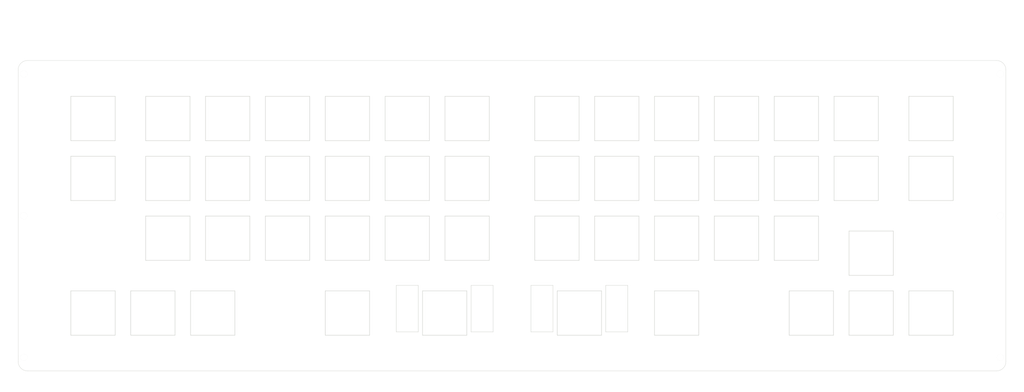
<source format=kicad_pcb>
(kicad_pcb (version 20171130) (host pcbnew "(5.1.10)-1")

  (general
    (thickness 1.6)
    (drawings 50)
    (tracks 0)
    (zones 0)
    (modules 66)
    (nets 1)
  )

  (page A3)
  (layers
    (0 F.Cu signal)
    (31 B.Cu signal)
    (32 B.Adhes user)
    (33 F.Adhes user)
    (34 B.Paste user)
    (35 F.Paste user)
    (36 B.SilkS user)
    (37 F.SilkS user)
    (38 B.Mask user)
    (39 F.Mask user)
    (40 Dwgs.User user)
    (41 Cmts.User user)
    (42 Eco1.User user)
    (43 Eco2.User user)
    (44 Edge.Cuts user)
    (45 Margin user)
    (46 B.CrtYd user)
    (47 F.CrtYd user)
    (48 B.Fab user)
    (49 F.Fab user)
  )

  (setup
    (last_trace_width 0.25)
    (user_trace_width 0.5)
    (user_trace_width 0.5)
    (trace_clearance 0.2)
    (zone_clearance 0.508)
    (zone_45_only no)
    (trace_min 0.2)
    (via_size 0.8)
    (via_drill 0.4)
    (via_min_size 0.4)
    (via_min_drill 0.3)
    (uvia_size 0.3)
    (uvia_drill 0.1)
    (uvias_allowed no)
    (uvia_min_size 0.2)
    (uvia_min_drill 0.1)
    (edge_width 0.1)
    (segment_width 0.2)
    (pcb_text_width 0.3)
    (pcb_text_size 1.5 1.5)
    (mod_edge_width 0.15)
    (mod_text_size 1 1)
    (mod_text_width 0.15)
    (pad_size 2.2 2.2)
    (pad_drill 2.2)
    (pad_to_mask_clearance 0)
    (aux_axis_origin 0 0)
    (visible_elements 7FFFFFFF)
    (pcbplotparams
      (layerselection 0x01000_7ffffffe)
      (usegerberextensions true)
      (usegerberattributes false)
      (usegerberadvancedattributes false)
      (creategerberjobfile false)
      (excludeedgelayer true)
      (linewidth 0.100000)
      (plotframeref false)
      (viasonmask false)
      (mode 1)
      (useauxorigin false)
      (hpglpennumber 1)
      (hpglpenspeed 20)
      (hpglpendiameter 15.000000)
      (psnegative false)
      (psa4output false)
      (plotreference true)
      (plotvalue true)
      (plotinvisibletext false)
      (padsonsilk false)
      (subtractmaskfromsilk false)
      (outputformat 4)
      (mirror false)
      (drillshape 0)
      (scaleselection 1)
      (outputdirectory "C:/Users/サリチル酸/Desktop/"))
  )

  (net 0 "")

  (net_class Default "これはデフォルトのネット クラスです。"
    (clearance 0.2)
    (trace_width 0.25)
    (via_dia 0.8)
    (via_drill 0.4)
    (uvia_dia 0.3)
    (uvia_drill 0.1)
  )

  (module kbd_SW_Hole:SW_Hole_2.25u (layer F.Cu) (tedit 60F58B15) (tstamp 60A294DE)
    (at 192.88125 97.63125 180)
    (path /5C3DCEFA)
    (fp_text reference SW32 (at 7 8.1) (layer F.SilkS) hide
      (effects (font (size 1 1) (thickness 0.15)))
    )
    (fp_text value SW_PUSH (at -7.4 -8.1) (layer F.Fab) hide
      (effects (font (size 1 1) (thickness 0.15)))
    )
    (fp_line (start -15.4 -6) (end -8.4 -6) (layer Edge.Cuts) (width 0.12))
    (fp_line (start -15.4 8.8) (end -15.4 -6) (layer Edge.Cuts) (width 0.12))
    (fp_line (start -8.4 8.8) (end -15.4 8.8) (layer Edge.Cuts) (width 0.12))
    (fp_line (start -8.4 -6) (end -8.4 8.8) (layer Edge.Cuts) (width 0.12))
    (fp_line (start 15.4 -6) (end 8.4 -6) (layer Edge.Cuts) (width 0.12))
    (fp_line (start 15.4 8.8) (end 15.4 -6) (layer Edge.Cuts) (width 0.12))
    (fp_line (start 8.4 8.8) (end 15.4 8.8) (layer Edge.Cuts) (width 0.12))
    (fp_line (start 8.4 -6) (end 8.4 8.8) (layer Edge.Cuts) (width 0.12))
    (fp_line (start -7.05 -7.05) (end 7.05 -7.05) (layer Edge.Cuts) (width 0.15))
    (fp_line (start 7.05 -7.05) (end 7.05 7.05) (layer Edge.Cuts) (width 0.15))
    (fp_line (start 7.05 7.05) (end -7.05 7.05) (layer Edge.Cuts) (width 0.15))
    (fp_line (start -7.05 7.05) (end -7.05 -7.05) (layer Edge.Cuts) (width 0.15))
    (fp_line (start 21.43125 -9.525) (end -21.43125 -9.525) (layer F.Fab) (width 0.15))
    (fp_line (start -21.43125 -9.525) (end -21.43125 9.525) (layer F.Fab) (width 0.15))
    (fp_line (start -21.43125 9.525) (end 21.43125 9.525) (layer F.Fab) (width 0.15))
    (fp_line (start 21.43125 9.525) (end 21.43125 -9.525) (layer F.Fab) (width 0.15))
  )

  (module kbd_SW_Hole:SW_Hole_2.25u (layer F.Cu) (tedit 60F58B15) (tstamp 60A2949C)
    (at 150.01875 97.63125 180)
    (path /5C3DCEFA)
    (fp_text reference SW22 (at 7 8.1) (layer F.SilkS) hide
      (effects (font (size 1 1) (thickness 0.15)))
    )
    (fp_text value SW_PUSH (at -7.4 -8.1) (layer F.Fab) hide
      (effects (font (size 1 1) (thickness 0.15)))
    )
    (fp_line (start -15.4 -6) (end -8.4 -6) (layer Edge.Cuts) (width 0.12))
    (fp_line (start -15.4 8.8) (end -15.4 -6) (layer Edge.Cuts) (width 0.12))
    (fp_line (start -8.4 8.8) (end -15.4 8.8) (layer Edge.Cuts) (width 0.12))
    (fp_line (start -8.4 -6) (end -8.4 8.8) (layer Edge.Cuts) (width 0.12))
    (fp_line (start 15.4 -6) (end 8.4 -6) (layer Edge.Cuts) (width 0.12))
    (fp_line (start 15.4 8.8) (end 15.4 -6) (layer Edge.Cuts) (width 0.12))
    (fp_line (start 8.4 8.8) (end 15.4 8.8) (layer Edge.Cuts) (width 0.12))
    (fp_line (start 8.4 -6) (end 8.4 8.8) (layer Edge.Cuts) (width 0.12))
    (fp_line (start -7.05 -7.05) (end 7.05 -7.05) (layer Edge.Cuts) (width 0.15))
    (fp_line (start 7.05 -7.05) (end 7.05 7.05) (layer Edge.Cuts) (width 0.15))
    (fp_line (start 7.05 7.05) (end -7.05 7.05) (layer Edge.Cuts) (width 0.15))
    (fp_line (start -7.05 7.05) (end -7.05 -7.05) (layer Edge.Cuts) (width 0.15))
    (fp_line (start 21.43125 -9.525) (end -21.43125 -9.525) (layer F.Fab) (width 0.15))
    (fp_line (start -21.43125 -9.525) (end -21.43125 9.525) (layer F.Fab) (width 0.15))
    (fp_line (start -21.43125 9.525) (end 21.43125 9.525) (layer F.Fab) (width 0.15))
    (fp_line (start 21.43125 9.525) (end 21.43125 -9.525) (layer F.Fab) (width 0.15))
  )

  (module kbd_SW_Hole:SW_Hole_1u (layer F.Cu) (tedit 60F58A59) (tstamp 60A299BA)
    (at 304.8 97.63125)
    (path /5C6AB630)
    (fp_text reference SW50 (at 7 8.1) (layer F.SilkS) hide
      (effects (font (size 1 1) (thickness 0.15)))
    )
    (fp_text value SW_PUSH (at -7.4 -8.1) (layer F.Fab) hide
      (effects (font (size 1 1) (thickness 0.15)))
    )
    (fp_line (start -7.05 -7.05) (end 7.05 -7.05) (layer Edge.Cuts) (width 0.15))
    (fp_line (start 7.05 -7.05) (end 7.05 7.05) (layer Edge.Cuts) (width 0.15))
    (fp_line (start 7.05 7.05) (end -7.05 7.05) (layer Edge.Cuts) (width 0.15))
    (fp_line (start -7.05 7.05) (end -7.05 -7.05) (layer Edge.Cuts) (width 0.15))
    (fp_line (start 9.525 -9.525) (end -9.525 -9.525) (layer F.Fab) (width 0.15))
    (fp_line (start -9.525 -9.525) (end -9.525 9.525) (layer F.Fab) (width 0.15))
    (fp_line (start -9.525 9.525) (end 9.525 9.525) (layer F.Fab) (width 0.15))
    (fp_line (start 9.525 9.525) (end 9.525 -9.525) (layer F.Fab) (width 0.15))
  )

  (module kbd_SW_Hole:SW_Hole_1u (layer F.Cu) (tedit 60F58A59) (tstamp 60A299A4)
    (at 261.9375 35.71875)
    (path /5C6AB630)
    (fp_text reference SW40 (at 7 8.1) (layer F.SilkS) hide
      (effects (font (size 1 1) (thickness 0.15)))
    )
    (fp_text value SW_PUSH (at -7.4 -8.1) (layer F.Fab) hide
      (effects (font (size 1 1) (thickness 0.15)))
    )
    (fp_line (start -7.05 -7.05) (end 7.05 -7.05) (layer Edge.Cuts) (width 0.15))
    (fp_line (start 7.05 -7.05) (end 7.05 7.05) (layer Edge.Cuts) (width 0.15))
    (fp_line (start 7.05 7.05) (end -7.05 7.05) (layer Edge.Cuts) (width 0.15))
    (fp_line (start -7.05 7.05) (end -7.05 -7.05) (layer Edge.Cuts) (width 0.15))
    (fp_line (start 9.525 -9.525) (end -9.525 -9.525) (layer F.Fab) (width 0.15))
    (fp_line (start -9.525 -9.525) (end -9.525 9.525) (layer F.Fab) (width 0.15))
    (fp_line (start -9.525 9.525) (end 9.525 9.525) (layer F.Fab) (width 0.15))
    (fp_line (start 9.525 9.525) (end 9.525 -9.525) (layer F.Fab) (width 0.15))
  )

  (module kbd_SW_Hole:SW_Hole_1u (layer F.Cu) (tedit 60F58A59) (tstamp 5CB90C09)
    (at 157.1625 73.81875)
    (path /5C6AB630)
    (fp_text reference SW25 (at 7 8.1) (layer F.SilkS) hide
      (effects (font (size 1 1) (thickness 0.15)))
    )
    (fp_text value SW_PUSH (at -7.4 -8.1) (layer F.Fab) hide
      (effects (font (size 1 1) (thickness 0.15)))
    )
    (fp_line (start -7.05 -7.05) (end 7.05 -7.05) (layer Edge.Cuts) (width 0.15))
    (fp_line (start 7.05 -7.05) (end 7.05 7.05) (layer Edge.Cuts) (width 0.15))
    (fp_line (start 7.05 7.05) (end -7.05 7.05) (layer Edge.Cuts) (width 0.15))
    (fp_line (start -7.05 7.05) (end -7.05 -7.05) (layer Edge.Cuts) (width 0.15))
    (fp_line (start 9.525 -9.525) (end -9.525 -9.525) (layer F.Fab) (width 0.15))
    (fp_line (start -9.525 -9.525) (end -9.525 9.525) (layer F.Fab) (width 0.15))
    (fp_line (start -9.525 9.525) (end 9.525 9.525) (layer F.Fab) (width 0.15))
    (fp_line (start 9.525 9.525) (end 9.525 -9.525) (layer F.Fab) (width 0.15))
  )

  (module kbd_SW_Hole:SW_Hole_1u (layer F.Cu) (tedit 60F58A59) (tstamp 60524BCB)
    (at 61.9125 54.76875)
    (path /5CAAE83E)
    (fp_text reference SW5 (at 7 8.1) (layer F.SilkS) hide
      (effects (font (size 1 1) (thickness 0.15)))
    )
    (fp_text value SW_PUSH (at -7.4 -8.1) (layer F.Fab) hide
      (effects (font (size 1 1) (thickness 0.15)))
    )
    (fp_line (start -7.05 -7.05) (end 7.05 -7.05) (layer Edge.Cuts) (width 0.15))
    (fp_line (start 7.05 -7.05) (end 7.05 7.05) (layer Edge.Cuts) (width 0.15))
    (fp_line (start 7.05 7.05) (end -7.05 7.05) (layer Edge.Cuts) (width 0.15))
    (fp_line (start -7.05 7.05) (end -7.05 -7.05) (layer Edge.Cuts) (width 0.15))
    (fp_line (start 9.525 -9.525) (end -9.525 -9.525) (layer F.Fab) (width 0.15))
    (fp_line (start -9.525 -9.525) (end -9.525 9.525) (layer F.Fab) (width 0.15))
    (fp_line (start -9.525 9.525) (end 9.525 9.525) (layer F.Fab) (width 0.15))
    (fp_line (start 9.525 9.525) (end 9.525 -9.525) (layer F.Fab) (width 0.15))
  )

  (module kbd_SW_Hole:SW_Hole_1u (layer F.Cu) (tedit 60F58A59) (tstamp 5CB90BF3)
    (at 119.0625 35.71875)
    (path /5CAAE83E)
    (fp_text reference SW15 (at 7 8.1) (layer F.SilkS) hide
      (effects (font (size 1 1) (thickness 0.15)))
    )
    (fp_text value SW_PUSH (at -7.4 -8.1) (layer F.Fab) hide
      (effects (font (size 1 1) (thickness 0.15)))
    )
    (fp_line (start -7.05 -7.05) (end 7.05 -7.05) (layer Edge.Cuts) (width 0.15))
    (fp_line (start 7.05 -7.05) (end 7.05 7.05) (layer Edge.Cuts) (width 0.15))
    (fp_line (start 7.05 7.05) (end -7.05 7.05) (layer Edge.Cuts) (width 0.15))
    (fp_line (start -7.05 7.05) (end -7.05 -7.05) (layer Edge.Cuts) (width 0.15))
    (fp_line (start 9.525 -9.525) (end -9.525 -9.525) (layer F.Fab) (width 0.15))
    (fp_line (start -9.525 -9.525) (end -9.525 9.525) (layer F.Fab) (width 0.15))
    (fp_line (start -9.525 9.525) (end 9.525 9.525) (layer F.Fab) (width 0.15))
    (fp_line (start 9.525 9.525) (end 9.525 -9.525) (layer F.Fab) (width 0.15))
  )

  (module kbd_SW_Hole:SW_Hole_1u (layer F.Cu) (tedit 60F58A59) (tstamp 60A290EB)
    (at 61.9125 35.71875 180)
    (fp_text reference SW4 (at 7 8.1) (layer Edge.Cuts) hide
      (effects (font (size 1 1) (thickness 0.15)))
    )
    (fp_text value KEY_SWITCH (at -7.4 -8.1) (layer F.Fab) hide
      (effects (font (size 1 1) (thickness 0.15)))
    )
    (fp_line (start -7.05 -7.05) (end 7.05 -7.05) (layer Edge.Cuts) (width 0.15))
    (fp_line (start 7.05 -7.05) (end 7.05 7.05) (layer Edge.Cuts) (width 0.15))
    (fp_line (start 7.05 7.05) (end -7.05 7.05) (layer Edge.Cuts) (width 0.15))
    (fp_line (start -7.05 7.05) (end -7.05 -7.05) (layer Edge.Cuts) (width 0.15))
    (fp_line (start 9.525 -9.525) (end -9.525 -9.525) (layer F.Fab) (width 0.15))
    (fp_line (start -9.525 -9.525) (end -9.525 9.525) (layer F.Fab) (width 0.15))
    (fp_line (start -9.525 9.525) (end 9.525 9.525) (layer F.Fab) (width 0.15))
    (fp_line (start 9.525 9.525) (end 9.525 -9.525) (layer F.Fab) (width 0.15))
  )

  (module kbd_SW_Hole:SW_Hole_1u (layer F.Cu) (tedit 60F58A59) (tstamp 5CF70F1B)
    (at 38.1 97.63125)
    (path /5CAAE847)
    (fp_text reference SW3 (at 7 8.1) (layer Edge.Cuts) hide
      (effects (font (size 1 1) (thickness 0.15)))
    )
    (fp_text value SW_PUSH (at -7.4 -8.1) (layer F.Fab) hide
      (effects (font (size 1 1) (thickness 0.15)))
    )
    (fp_line (start -7.05 -7.05) (end 7.05 -7.05) (layer Edge.Cuts) (width 0.15))
    (fp_line (start 7.05 -7.05) (end 7.05 7.05) (layer Edge.Cuts) (width 0.15))
    (fp_line (start 7.05 7.05) (end -7.05 7.05) (layer Edge.Cuts) (width 0.15))
    (fp_line (start -7.05 7.05) (end -7.05 -7.05) (layer Edge.Cuts) (width 0.15))
    (fp_line (start 9.525 -9.525) (end -9.525 -9.525) (layer F.Fab) (width 0.15))
    (fp_line (start -9.525 -9.525) (end -9.525 9.525) (layer F.Fab) (width 0.15))
    (fp_line (start -9.525 9.525) (end 9.525 9.525) (layer F.Fab) (width 0.15))
    (fp_line (start 9.525 9.525) (end 9.525 -9.525) (layer F.Fab) (width 0.15))
  )

  (module kbd_SW_Hole:SW_Hole_1u (layer F.Cu) (tedit 60F58A59) (tstamp 60A28FB7)
    (at 38.1 54.76875)
    (fp_text reference SW2 (at 7 8.1) (layer F.SilkS) hide
      (effects (font (size 1 1) (thickness 0.15)))
    )
    (fp_text value KEY_SWITCH (at -7.4 -8.1) (layer F.Fab) hide
      (effects (font (size 1 1) (thickness 0.15)))
    )
    (fp_line (start -7.05 -7.05) (end 7.05 -7.05) (layer Edge.Cuts) (width 0.15))
    (fp_line (start 7.05 -7.05) (end 7.05 7.05) (layer Edge.Cuts) (width 0.15))
    (fp_line (start 7.05 7.05) (end -7.05 7.05) (layer Edge.Cuts) (width 0.15))
    (fp_line (start -7.05 7.05) (end -7.05 -7.05) (layer Edge.Cuts) (width 0.15))
    (fp_line (start 9.525 -9.525) (end -9.525 -9.525) (layer F.Fab) (width 0.15))
    (fp_line (start -9.525 -9.525) (end -9.525 9.525) (layer F.Fab) (width 0.15))
    (fp_line (start -9.525 9.525) (end 9.525 9.525) (layer F.Fab) (width 0.15))
    (fp_line (start 9.525 9.525) (end 9.525 -9.525) (layer F.Fab) (width 0.15))
  )

  (module kbd_SW_Hole:SW_Hole_1u (layer F.Cu) (tedit 60F58A59) (tstamp 60A29612)
    (at 304.8 35.71875)
    (path /5C3DCE96)
    (fp_text reference SW48 (at 7 8.1) (layer F.SilkS) hide
      (effects (font (size 1 1) (thickness 0.15)))
    )
    (fp_text value SW_PUSH (at -7.4 -8.1) (layer F.Fab) hide
      (effects (font (size 1 1) (thickness 0.15)))
    )
    (fp_line (start 9.525 9.525) (end 9.525 -9.525) (layer F.Fab) (width 0.15))
    (fp_line (start -9.525 9.525) (end 9.525 9.525) (layer F.Fab) (width 0.15))
    (fp_line (start -9.525 -9.525) (end -9.525 9.525) (layer F.Fab) (width 0.15))
    (fp_line (start 9.525 -9.525) (end -9.525 -9.525) (layer F.Fab) (width 0.15))
    (fp_line (start -7.05 7.05) (end -7.05 -7.05) (layer Edge.Cuts) (width 0.15))
    (fp_line (start 7.05 7.05) (end -7.05 7.05) (layer Edge.Cuts) (width 0.15))
    (fp_line (start 7.05 -7.05) (end 7.05 7.05) (layer Edge.Cuts) (width 0.15))
    (fp_line (start -7.05 -7.05) (end 7.05 -7.05) (layer Edge.Cuts) (width 0.15))
  )

  (module kbd_SW_Hole:SW_Hole_1u (layer F.Cu) (tedit 60F58A59) (tstamp 60A295F1)
    (at 223.8375 97.63125)
    (path /5C3DCE96)
    (fp_text reference SW36 (at 7 8.1) (layer F.SilkS) hide
      (effects (font (size 1 1) (thickness 0.15)))
    )
    (fp_text value SW_PUSH (at -7.4 -8.1) (layer F.Fab) hide
      (effects (font (size 1 1) (thickness 0.15)))
    )
    (fp_line (start 9.525 9.525) (end 9.525 -9.525) (layer F.Fab) (width 0.15))
    (fp_line (start -9.525 9.525) (end 9.525 9.525) (layer F.Fab) (width 0.15))
    (fp_line (start -9.525 -9.525) (end -9.525 9.525) (layer F.Fab) (width 0.15))
    (fp_line (start 9.525 -9.525) (end -9.525 -9.525) (layer F.Fab) (width 0.15))
    (fp_line (start -7.05 7.05) (end -7.05 -7.05) (layer Edge.Cuts) (width 0.15))
    (fp_line (start 7.05 7.05) (end -7.05 7.05) (layer Edge.Cuts) (width 0.15))
    (fp_line (start 7.05 -7.05) (end 7.05 7.05) (layer Edge.Cuts) (width 0.15))
    (fp_line (start -7.05 -7.05) (end 7.05 -7.05) (layer Edge.Cuts) (width 0.15))
  )

  (module kbd_SW_Hole:SW_Hole_1u (layer F.Cu) (tedit 60F58A59) (tstamp 60A295DB)
    (at 242.8875 54.76875)
    (path /5C3DCE96)
    (fp_text reference SW38 (at 7 8.1) (layer F.SilkS) hide
      (effects (font (size 1 1) (thickness 0.15)))
    )
    (fp_text value SW_PUSH (at -7.4 -8.1) (layer F.Fab) hide
      (effects (font (size 1 1) (thickness 0.15)))
    )
    (fp_line (start 9.525 9.525) (end 9.525 -9.525) (layer F.Fab) (width 0.15))
    (fp_line (start -9.525 9.525) (end 9.525 9.525) (layer F.Fab) (width 0.15))
    (fp_line (start -9.525 -9.525) (end -9.525 9.525) (layer F.Fab) (width 0.15))
    (fp_line (start 9.525 -9.525) (end -9.525 -9.525) (layer F.Fab) (width 0.15))
    (fp_line (start -7.05 7.05) (end -7.05 -7.05) (layer Edge.Cuts) (width 0.15))
    (fp_line (start 7.05 7.05) (end -7.05 7.05) (layer Edge.Cuts) (width 0.15))
    (fp_line (start 7.05 -7.05) (end 7.05 7.05) (layer Edge.Cuts) (width 0.15))
    (fp_line (start -7.05 -7.05) (end 7.05 -7.05) (layer Edge.Cuts) (width 0.15))
  )

  (module kbd_SW_Hole:SW_Hole_1u (layer F.Cu) (tedit 60F58A59) (tstamp 60A295D0)
    (at 261.9375 54.76875)
    (path /5C3DCE96)
    (fp_text reference SW41 (at 7 8.1) (layer F.SilkS) hide
      (effects (font (size 1 1) (thickness 0.15)))
    )
    (fp_text value SW_PUSH (at -7.4 -8.1) (layer F.Fab) hide
      (effects (font (size 1 1) (thickness 0.15)))
    )
    (fp_line (start 9.525 9.525) (end 9.525 -9.525) (layer F.Fab) (width 0.15))
    (fp_line (start -9.525 9.525) (end 9.525 9.525) (layer F.Fab) (width 0.15))
    (fp_line (start -9.525 -9.525) (end -9.525 9.525) (layer F.Fab) (width 0.15))
    (fp_line (start 9.525 -9.525) (end -9.525 -9.525) (layer F.Fab) (width 0.15))
    (fp_line (start -7.05 7.05) (end -7.05 -7.05) (layer Edge.Cuts) (width 0.15))
    (fp_line (start 7.05 7.05) (end -7.05 7.05) (layer Edge.Cuts) (width 0.15))
    (fp_line (start 7.05 -7.05) (end 7.05 7.05) (layer Edge.Cuts) (width 0.15))
    (fp_line (start -7.05 -7.05) (end 7.05 -7.05) (layer Edge.Cuts) (width 0.15))
  )

  (module kbd_SW_Hole:SW_Hole_1u (layer F.Cu) (tedit 60F58A59) (tstamp 60A295BA)
    (at 285.75 78.58125)
    (path /5C3DCE96)
    (fp_text reference SW46 (at 7 8.1) (layer F.SilkS) hide
      (effects (font (size 1 1) (thickness 0.15)))
    )
    (fp_text value SW_PUSH (at -7.4 -8.1) (layer F.Fab) hide
      (effects (font (size 1 1) (thickness 0.15)))
    )
    (fp_line (start 9.525 9.525) (end 9.525 -9.525) (layer F.Fab) (width 0.15))
    (fp_line (start -9.525 9.525) (end 9.525 9.525) (layer F.Fab) (width 0.15))
    (fp_line (start -9.525 -9.525) (end -9.525 9.525) (layer F.Fab) (width 0.15))
    (fp_line (start 9.525 -9.525) (end -9.525 -9.525) (layer F.Fab) (width 0.15))
    (fp_line (start -7.05 7.05) (end -7.05 -7.05) (layer Edge.Cuts) (width 0.15))
    (fp_line (start 7.05 7.05) (end -7.05 7.05) (layer Edge.Cuts) (width 0.15))
    (fp_line (start 7.05 -7.05) (end 7.05 7.05) (layer Edge.Cuts) (width 0.15))
    (fp_line (start -7.05 -7.05) (end 7.05 -7.05) (layer Edge.Cuts) (width 0.15))
  )

  (module kbd_SW_Hole:SW_Hole_1u (layer F.Cu) (tedit 60F58A59) (tstamp 60A295A4)
    (at 266.7 97.63125)
    (path /5C3DCE96)
    (fp_text reference SW43 (at 7 8.1) (layer F.SilkS) hide
      (effects (font (size 1 1) (thickness 0.15)))
    )
    (fp_text value SW_PUSH (at -7.4 -8.1) (layer F.Fab) hide
      (effects (font (size 1 1) (thickness 0.15)))
    )
    (fp_line (start 9.525 9.525) (end 9.525 -9.525) (layer F.Fab) (width 0.15))
    (fp_line (start -9.525 9.525) (end 9.525 9.525) (layer F.Fab) (width 0.15))
    (fp_line (start -9.525 -9.525) (end -9.525 9.525) (layer F.Fab) (width 0.15))
    (fp_line (start 9.525 -9.525) (end -9.525 -9.525) (layer F.Fab) (width 0.15))
    (fp_line (start -7.05 7.05) (end -7.05 -7.05) (layer Edge.Cuts) (width 0.15))
    (fp_line (start 7.05 7.05) (end -7.05 7.05) (layer Edge.Cuts) (width 0.15))
    (fp_line (start 7.05 -7.05) (end 7.05 7.05) (layer Edge.Cuts) (width 0.15))
    (fp_line (start -7.05 -7.05) (end 7.05 -7.05) (layer Edge.Cuts) (width 0.15))
  )

  (module kbd_SW_Hole:SW_Hole_1u (layer F.Cu) (tedit 60F58A59) (tstamp 60A29515)
    (at 204.7875 73.81875)
    (path /5C3DCE96)
    (fp_text reference SW31 (at 7 8.1) (layer F.SilkS) hide
      (effects (font (size 1 1) (thickness 0.15)))
    )
    (fp_text value SW_PUSH (at -7.4 -8.1) (layer F.Fab) hide
      (effects (font (size 1 1) (thickness 0.15)))
    )
    (fp_line (start 9.525 9.525) (end 9.525 -9.525) (layer F.Fab) (width 0.15))
    (fp_line (start -9.525 9.525) (end 9.525 9.525) (layer F.Fab) (width 0.15))
    (fp_line (start -9.525 -9.525) (end -9.525 9.525) (layer F.Fab) (width 0.15))
    (fp_line (start 9.525 -9.525) (end -9.525 -9.525) (layer F.Fab) (width 0.15))
    (fp_line (start -7.05 7.05) (end -7.05 -7.05) (layer Edge.Cuts) (width 0.15))
    (fp_line (start 7.05 7.05) (end -7.05 7.05) (layer Edge.Cuts) (width 0.15))
    (fp_line (start 7.05 -7.05) (end 7.05 7.05) (layer Edge.Cuts) (width 0.15))
    (fp_line (start -7.05 -7.05) (end 7.05 -7.05) (layer Edge.Cuts) (width 0.15))
  )

  (module kbd_SW_Hole:SW_Hole_1u (layer F.Cu) (tedit 60F58A59) (tstamp 60A2950A)
    (at 185.7375 73.81875)
    (path /5C3DCE96)
    (fp_text reference SW28 (at 7 8.1) (layer F.SilkS) hide
      (effects (font (size 1 1) (thickness 0.15)))
    )
    (fp_text value SW_PUSH (at -7.4 -8.1) (layer F.Fab) hide
      (effects (font (size 1 1) (thickness 0.15)))
    )
    (fp_line (start 9.525 9.525) (end 9.525 -9.525) (layer F.Fab) (width 0.15))
    (fp_line (start -9.525 9.525) (end 9.525 9.525) (layer F.Fab) (width 0.15))
    (fp_line (start -9.525 -9.525) (end -9.525 9.525) (layer F.Fab) (width 0.15))
    (fp_line (start 9.525 -9.525) (end -9.525 -9.525) (layer F.Fab) (width 0.15))
    (fp_line (start -7.05 7.05) (end -7.05 -7.05) (layer Edge.Cuts) (width 0.15))
    (fp_line (start 7.05 7.05) (end -7.05 7.05) (layer Edge.Cuts) (width 0.15))
    (fp_line (start 7.05 -7.05) (end 7.05 7.05) (layer Edge.Cuts) (width 0.15))
    (fp_line (start -7.05 -7.05) (end 7.05 -7.05) (layer Edge.Cuts) (width 0.15))
  )

  (module kbd_SW_Hole:SW_Hole_1u (layer F.Cu) (tedit 60F58A59) (tstamp 60A294F4)
    (at 185.7375 35.71875)
    (path /5C3DCE96)
    (fp_text reference SW26 (at 7 8.1) (layer F.SilkS) hide
      (effects (font (size 1 1) (thickness 0.15)))
    )
    (fp_text value SW_PUSH (at -7.4 -8.1) (layer F.Fab) hide
      (effects (font (size 1 1) (thickness 0.15)))
    )
    (fp_line (start 9.525 9.525) (end 9.525 -9.525) (layer F.Fab) (width 0.15))
    (fp_line (start -9.525 9.525) (end 9.525 9.525) (layer F.Fab) (width 0.15))
    (fp_line (start -9.525 -9.525) (end -9.525 9.525) (layer F.Fab) (width 0.15))
    (fp_line (start 9.525 -9.525) (end -9.525 -9.525) (layer F.Fab) (width 0.15))
    (fp_line (start -7.05 7.05) (end -7.05 -7.05) (layer Edge.Cuts) (width 0.15))
    (fp_line (start 7.05 7.05) (end -7.05 7.05) (layer Edge.Cuts) (width 0.15))
    (fp_line (start 7.05 -7.05) (end 7.05 7.05) (layer Edge.Cuts) (width 0.15))
    (fp_line (start -7.05 -7.05) (end 7.05 -7.05) (layer Edge.Cuts) (width 0.15))
  )

  (module kbd_SW_Hole:SW_Hole_1u (layer F.Cu) (tedit 60F58A59) (tstamp 60A294E9)
    (at 223.8375 35.71875)
    (path /5C3DCE96)
    (fp_text reference SW33 (at 7 8.1) (layer F.SilkS) hide
      (effects (font (size 1 1) (thickness 0.15)))
    )
    (fp_text value SW_PUSH (at -7.4 -8.1) (layer F.Fab) hide
      (effects (font (size 1 1) (thickness 0.15)))
    )
    (fp_line (start 9.525 9.525) (end 9.525 -9.525) (layer F.Fab) (width 0.15))
    (fp_line (start -9.525 9.525) (end 9.525 9.525) (layer F.Fab) (width 0.15))
    (fp_line (start -9.525 -9.525) (end -9.525 9.525) (layer F.Fab) (width 0.15))
    (fp_line (start 9.525 -9.525) (end -9.525 -9.525) (layer F.Fab) (width 0.15))
    (fp_line (start -7.05 7.05) (end -7.05 -7.05) (layer Edge.Cuts) (width 0.15))
    (fp_line (start 7.05 7.05) (end -7.05 7.05) (layer Edge.Cuts) (width 0.15))
    (fp_line (start 7.05 -7.05) (end 7.05 7.05) (layer Edge.Cuts) (width 0.15))
    (fp_line (start -7.05 -7.05) (end 7.05 -7.05) (layer Edge.Cuts) (width 0.15))
  )

  (module kbd_SW_Hole:SW_Hole_1u (layer F.Cu) (tedit 60F58A59) (tstamp 60A294BD)
    (at 157.1625 35.71875)
    (path /5C3DCE96)
    (fp_text reference SW23 (at 7 8.1) (layer F.SilkS) hide
      (effects (font (size 1 1) (thickness 0.15)))
    )
    (fp_text value SW_PUSH (at -7.4 -8.1) (layer F.Fab) hide
      (effects (font (size 1 1) (thickness 0.15)))
    )
    (fp_line (start 9.525 9.525) (end 9.525 -9.525) (layer F.Fab) (width 0.15))
    (fp_line (start -9.525 9.525) (end 9.525 9.525) (layer F.Fab) (width 0.15))
    (fp_line (start -9.525 -9.525) (end -9.525 9.525) (layer F.Fab) (width 0.15))
    (fp_line (start 9.525 -9.525) (end -9.525 -9.525) (layer F.Fab) (width 0.15))
    (fp_line (start -7.05 7.05) (end -7.05 -7.05) (layer Edge.Cuts) (width 0.15))
    (fp_line (start 7.05 7.05) (end -7.05 7.05) (layer Edge.Cuts) (width 0.15))
    (fp_line (start 7.05 -7.05) (end 7.05 7.05) (layer Edge.Cuts) (width 0.15))
    (fp_line (start -7.05 -7.05) (end 7.05 -7.05) (layer Edge.Cuts) (width 0.15))
  )

  (module kbd_SW_Hole:SW_Hole_1u (layer F.Cu) (tedit 60F58A59) (tstamp 60A294A7)
    (at 138.1125 73.81875)
    (path /5C3DCE96)
    (fp_text reference SW21 (at 7 8.1) (layer F.SilkS) hide
      (effects (font (size 1 1) (thickness 0.15)))
    )
    (fp_text value SW_PUSH (at -7.4 -8.1) (layer F.Fab) hide
      (effects (font (size 1 1) (thickness 0.15)))
    )
    (fp_line (start 9.525 9.525) (end 9.525 -9.525) (layer F.Fab) (width 0.15))
    (fp_line (start -9.525 9.525) (end 9.525 9.525) (layer F.Fab) (width 0.15))
    (fp_line (start -9.525 -9.525) (end -9.525 9.525) (layer F.Fab) (width 0.15))
    (fp_line (start 9.525 -9.525) (end -9.525 -9.525) (layer F.Fab) (width 0.15))
    (fp_line (start -7.05 7.05) (end -7.05 -7.05) (layer Edge.Cuts) (width 0.15))
    (fp_line (start 7.05 7.05) (end -7.05 7.05) (layer Edge.Cuts) (width 0.15))
    (fp_line (start 7.05 -7.05) (end 7.05 7.05) (layer Edge.Cuts) (width 0.15))
    (fp_line (start -7.05 -7.05) (end 7.05 -7.05) (layer Edge.Cuts) (width 0.15))
  )

  (module kbd_SW_Hole:SW_Hole_1u (layer F.Cu) (tedit 60F58A59) (tstamp 60A2938E)
    (at 119.0625 97.63125)
    (path /5C3DCE96)
    (fp_text reference SW18 (at 7 8.1) (layer F.SilkS) hide
      (effects (font (size 1 1) (thickness 0.15)))
    )
    (fp_text value SW_PUSH (at -7.4 -8.1) (layer F.Fab) hide
      (effects (font (size 1 1) (thickness 0.15)))
    )
    (fp_line (start 9.525 9.525) (end 9.525 -9.525) (layer F.Fab) (width 0.15))
    (fp_line (start -9.525 9.525) (end 9.525 9.525) (layer F.Fab) (width 0.15))
    (fp_line (start -9.525 -9.525) (end -9.525 9.525) (layer F.Fab) (width 0.15))
    (fp_line (start 9.525 -9.525) (end -9.525 -9.525) (layer F.Fab) (width 0.15))
    (fp_line (start -7.05 7.05) (end -7.05 -7.05) (layer Edge.Cuts) (width 0.15))
    (fp_line (start 7.05 7.05) (end -7.05 7.05) (layer Edge.Cuts) (width 0.15))
    (fp_line (start 7.05 -7.05) (end 7.05 7.05) (layer Edge.Cuts) (width 0.15))
    (fp_line (start -7.05 -7.05) (end 7.05 -7.05) (layer Edge.Cuts) (width 0.15))
  )

  (module kbd_SW_Hole:SW_Hole_1u (layer F.Cu) (tedit 60F58A59) (tstamp 60A29383)
    (at 119.0625 54.76875)
    (path /5C3DCE96)
    (fp_text reference SW16 (at 7 8.1) (layer F.SilkS) hide
      (effects (font (size 1 1) (thickness 0.15)))
    )
    (fp_text value SW_PUSH (at -7.4 -8.1) (layer F.Fab) hide
      (effects (font (size 1 1) (thickness 0.15)))
    )
    (fp_line (start 9.525 9.525) (end 9.525 -9.525) (layer F.Fab) (width 0.15))
    (fp_line (start -9.525 9.525) (end 9.525 9.525) (layer F.Fab) (width 0.15))
    (fp_line (start -9.525 -9.525) (end -9.525 9.525) (layer F.Fab) (width 0.15))
    (fp_line (start 9.525 -9.525) (end -9.525 -9.525) (layer F.Fab) (width 0.15))
    (fp_line (start -7.05 7.05) (end -7.05 -7.05) (layer Edge.Cuts) (width 0.15))
    (fp_line (start 7.05 7.05) (end -7.05 7.05) (layer Edge.Cuts) (width 0.15))
    (fp_line (start 7.05 -7.05) (end 7.05 7.05) (layer Edge.Cuts) (width 0.15))
    (fp_line (start -7.05 -7.05) (end 7.05 -7.05) (layer Edge.Cuts) (width 0.15))
  )

  (module kbd_SW_Hole:SW_Hole_1u (layer F.Cu) (tedit 60F58A59) (tstamp 60A2932B)
    (at 100.0125 54.76875)
    (path /5C3DCE96)
    (fp_text reference SW13 (at 7 8.1) (layer F.SilkS) hide
      (effects (font (size 1 1) (thickness 0.15)))
    )
    (fp_text value SW_PUSH (at -7.4 -8.1) (layer F.Fab) hide
      (effects (font (size 1 1) (thickness 0.15)))
    )
    (fp_line (start 9.525 9.525) (end 9.525 -9.525) (layer F.Fab) (width 0.15))
    (fp_line (start -9.525 9.525) (end 9.525 9.525) (layer F.Fab) (width 0.15))
    (fp_line (start -9.525 -9.525) (end -9.525 9.525) (layer F.Fab) (width 0.15))
    (fp_line (start 9.525 -9.525) (end -9.525 -9.525) (layer F.Fab) (width 0.15))
    (fp_line (start -7.05 7.05) (end -7.05 -7.05) (layer Edge.Cuts) (width 0.15))
    (fp_line (start 7.05 7.05) (end -7.05 7.05) (layer Edge.Cuts) (width 0.15))
    (fp_line (start 7.05 -7.05) (end 7.05 7.05) (layer Edge.Cuts) (width 0.15))
    (fp_line (start -7.05 -7.05) (end 7.05 -7.05) (layer Edge.Cuts) (width 0.15))
  )

  (module kbd_SW_Hole:SW_Hole_1u (layer F.Cu) (tedit 60F58A59) (tstamp 60A29320)
    (at 76.2 97.63125)
    (path /5C3DCE96)
    (fp_text reference SW11 (at 7 8.1) (layer F.SilkS) hide
      (effects (font (size 1 1) (thickness 0.15)))
    )
    (fp_text value SW_PUSH (at -7.4 -8.1) (layer F.Fab) hide
      (effects (font (size 1 1) (thickness 0.15)))
    )
    (fp_line (start 9.525 9.525) (end 9.525 -9.525) (layer F.Fab) (width 0.15))
    (fp_line (start -9.525 9.525) (end 9.525 9.525) (layer F.Fab) (width 0.15))
    (fp_line (start -9.525 -9.525) (end -9.525 9.525) (layer F.Fab) (width 0.15))
    (fp_line (start 9.525 -9.525) (end -9.525 -9.525) (layer F.Fab) (width 0.15))
    (fp_line (start -7.05 7.05) (end -7.05 -7.05) (layer Edge.Cuts) (width 0.15))
    (fp_line (start 7.05 7.05) (end -7.05 7.05) (layer Edge.Cuts) (width 0.15))
    (fp_line (start 7.05 -7.05) (end 7.05 7.05) (layer Edge.Cuts) (width 0.15))
    (fp_line (start -7.05 -7.05) (end 7.05 -7.05) (layer Edge.Cuts) (width 0.15))
  )

  (module kbd_SW_Hole:SW_Hole_1u (layer F.Cu) (tedit 60F58A59) (tstamp 60A292AB)
    (at 80.9625 35.71875)
    (path /5C3DCE96)
    (fp_text reference SW8 (at 7 8.1) (layer F.SilkS) hide
      (effects (font (size 1 1) (thickness 0.15)))
    )
    (fp_text value SW_PUSH (at -7.4 -8.1) (layer F.Fab) hide
      (effects (font (size 1 1) (thickness 0.15)))
    )
    (fp_line (start 9.525 9.525) (end 9.525 -9.525) (layer F.Fab) (width 0.15))
    (fp_line (start -9.525 9.525) (end 9.525 9.525) (layer F.Fab) (width 0.15))
    (fp_line (start -9.525 -9.525) (end -9.525 9.525) (layer F.Fab) (width 0.15))
    (fp_line (start 9.525 -9.525) (end -9.525 -9.525) (layer F.Fab) (width 0.15))
    (fp_line (start -7.05 7.05) (end -7.05 -7.05) (layer Edge.Cuts) (width 0.15))
    (fp_line (start 7.05 7.05) (end -7.05 7.05) (layer Edge.Cuts) (width 0.15))
    (fp_line (start 7.05 -7.05) (end 7.05 7.05) (layer Edge.Cuts) (width 0.15))
    (fp_line (start -7.05 -7.05) (end 7.05 -7.05) (layer Edge.Cuts) (width 0.15))
  )

  (module kbd_SW_Hole:SW_Hole_1u (layer F.Cu) (tedit 60F58A59) (tstamp 608704FB)
    (at 38.1 35.71875)
    (path /5C3DCE96)
    (fp_text reference SW1 (at 7 8.1) (layer F.SilkS) hide
      (effects (font (size 1 1) (thickness 0.15)))
    )
    (fp_text value SW_PUSH (at -7.4 -8.1) (layer F.Fab) hide
      (effects (font (size 1 1) (thickness 0.15)))
    )
    (fp_line (start 9.525 9.525) (end 9.525 -9.525) (layer F.Fab) (width 0.15))
    (fp_line (start -9.525 9.525) (end 9.525 9.525) (layer F.Fab) (width 0.15))
    (fp_line (start -9.525 -9.525) (end -9.525 9.525) (layer F.Fab) (width 0.15))
    (fp_line (start 9.525 -9.525) (end -9.525 -9.525) (layer F.Fab) (width 0.15))
    (fp_line (start -7.05 7.05) (end -7.05 -7.05) (layer Edge.Cuts) (width 0.15))
    (fp_line (start 7.05 7.05) (end -7.05 7.05) (layer Edge.Cuts) (width 0.15))
    (fp_line (start 7.05 -7.05) (end 7.05 7.05) (layer Edge.Cuts) (width 0.15))
    (fp_line (start -7.05 -7.05) (end 7.05 -7.05) (layer Edge.Cuts) (width 0.15))
  )

  (module kbd_SW_Hole:SW_Hole_1u (layer F.Cu) (tedit 60F58A59) (tstamp 5CB90C14)
    (at 61.9125 73.81875)
    (path /5C3DCE96)
    (fp_text reference SW6 (at 7 8.1) (layer F.SilkS) hide
      (effects (font (size 1 1) (thickness 0.15)))
    )
    (fp_text value SW_PUSH (at -7.4 -8.1) (layer F.Fab) hide
      (effects (font (size 1 1) (thickness 0.15)))
    )
    (fp_line (start 9.525 9.525) (end 9.525 -9.525) (layer F.Fab) (width 0.15))
    (fp_line (start -9.525 9.525) (end 9.525 9.525) (layer F.Fab) (width 0.15))
    (fp_line (start -9.525 -9.525) (end -9.525 9.525) (layer F.Fab) (width 0.15))
    (fp_line (start 9.525 -9.525) (end -9.525 -9.525) (layer F.Fab) (width 0.15))
    (fp_line (start -7.05 7.05) (end -7.05 -7.05) (layer Edge.Cuts) (width 0.15))
    (fp_line (start 7.05 7.05) (end -7.05 7.05) (layer Edge.Cuts) (width 0.15))
    (fp_line (start 7.05 -7.05) (end 7.05 7.05) (layer Edge.Cuts) (width 0.15))
    (fp_line (start -7.05 -7.05) (end 7.05 -7.05) (layer Edge.Cuts) (width 0.15))
  )

  (module kbd_SW_Hole:SW_Hole_1u (layer F.Cu) (tedit 60F58A59) (tstamp 5CB90BD2)
    (at 80.9625 73.81875)
    (path /5BF16F8B)
    (fp_text reference SW10 (at 7 8.1) (layer F.SilkS) hide
      (effects (font (size 1 1) (thickness 0.15)))
    )
    (fp_text value SW_PUSH (at -7.4 -8.1) (layer F.Fab) hide
      (effects (font (size 1 1) (thickness 0.15)))
    )
    (fp_line (start 9.525 9.525) (end 9.525 -9.525) (layer F.Fab) (width 0.15))
    (fp_line (start -9.525 9.525) (end 9.525 9.525) (layer F.Fab) (width 0.15))
    (fp_line (start -9.525 -9.525) (end -9.525 9.525) (layer F.Fab) (width 0.15))
    (fp_line (start 9.525 -9.525) (end -9.525 -9.525) (layer F.Fab) (width 0.15))
    (fp_line (start -7.05 7.05) (end -7.05 -7.05) (layer Edge.Cuts) (width 0.15))
    (fp_line (start 7.05 7.05) (end -7.05 7.05) (layer Edge.Cuts) (width 0.15))
    (fp_line (start 7.05 -7.05) (end 7.05 7.05) (layer Edge.Cuts) (width 0.15))
    (fp_line (start -7.05 -7.05) (end 7.05 -7.05) (layer Edge.Cuts) (width 0.15))
  )

  (module kbd_SW_Hole:SW_Hole_1u (layer F.Cu) (tedit 60F58A59) (tstamp 60A299F2)
    (at 280.9875 54.76875)
    (path /5C3DCEFA)
    (fp_text reference SW45 (at 7 8.1) (layer F.SilkS) hide
      (effects (font (size 1 1) (thickness 0.15)))
    )
    (fp_text value SW_PUSH (at -7.4 -8.1) (layer F.Fab) hide
      (effects (font (size 1 1) (thickness 0.15)))
    )
    (fp_line (start 9.525 9.525) (end 9.525 -9.525) (layer F.Fab) (width 0.15))
    (fp_line (start -9.525 9.525) (end 9.525 9.525) (layer F.Fab) (width 0.15))
    (fp_line (start -9.525 -9.525) (end -9.525 9.525) (layer F.Fab) (width 0.15))
    (fp_line (start 9.525 -9.525) (end -9.525 -9.525) (layer F.Fab) (width 0.15))
    (fp_line (start -7.05 7.05) (end -7.05 -7.05) (layer Edge.Cuts) (width 0.15))
    (fp_line (start 7.05 7.05) (end -7.05 7.05) (layer Edge.Cuts) (width 0.15))
    (fp_line (start 7.05 -7.05) (end 7.05 7.05) (layer Edge.Cuts) (width 0.15))
    (fp_line (start -7.05 -7.05) (end 7.05 -7.05) (layer Edge.Cuts) (width 0.15))
  )

  (module kbd_SW_Hole:SW_Hole_1u (layer F.Cu) (tedit 60F58A59) (tstamp 60A29976)
    (at 204.7875 54.76875)
    (path /5C3DCEFA)
    (fp_text reference SW30 (at 7 8.1) (layer F.SilkS) hide
      (effects (font (size 1 1) (thickness 0.15)))
    )
    (fp_text value SW_PUSH (at -7.4 -8.1) (layer F.Fab) hide
      (effects (font (size 1 1) (thickness 0.15)))
    )
    (fp_line (start 9.525 9.525) (end 9.525 -9.525) (layer F.Fab) (width 0.15))
    (fp_line (start -9.525 9.525) (end 9.525 9.525) (layer F.Fab) (width 0.15))
    (fp_line (start -9.525 -9.525) (end -9.525 9.525) (layer F.Fab) (width 0.15))
    (fp_line (start 9.525 -9.525) (end -9.525 -9.525) (layer F.Fab) (width 0.15))
    (fp_line (start -7.05 7.05) (end -7.05 -7.05) (layer Edge.Cuts) (width 0.15))
    (fp_line (start 7.05 7.05) (end -7.05 7.05) (layer Edge.Cuts) (width 0.15))
    (fp_line (start 7.05 -7.05) (end 7.05 7.05) (layer Edge.Cuts) (width 0.15))
    (fp_line (start -7.05 -7.05) (end 7.05 -7.05) (layer Edge.Cuts) (width 0.15))
  )

  (module kbd_SW_Hole:SW_Hole_1u (layer F.Cu) (tedit 60F58A59) (tstamp 60A2996B)
    (at 223.8375 73.81875)
    (path /5C3DCEFA)
    (fp_text reference SW35 (at 7 8.1) (layer F.SilkS) hide
      (effects (font (size 1 1) (thickness 0.15)))
    )
    (fp_text value SW_PUSH (at -7.4 -8.1) (layer F.Fab) hide
      (effects (font (size 1 1) (thickness 0.15)))
    )
    (fp_line (start 9.525 9.525) (end 9.525 -9.525) (layer F.Fab) (width 0.15))
    (fp_line (start -9.525 9.525) (end 9.525 9.525) (layer F.Fab) (width 0.15))
    (fp_line (start -9.525 -9.525) (end -9.525 9.525) (layer F.Fab) (width 0.15))
    (fp_line (start 9.525 -9.525) (end -9.525 -9.525) (layer F.Fab) (width 0.15))
    (fp_line (start -7.05 7.05) (end -7.05 -7.05) (layer Edge.Cuts) (width 0.15))
    (fp_line (start 7.05 7.05) (end -7.05 7.05) (layer Edge.Cuts) (width 0.15))
    (fp_line (start 7.05 -7.05) (end 7.05 7.05) (layer Edge.Cuts) (width 0.15))
    (fp_line (start -7.05 -7.05) (end 7.05 -7.05) (layer Edge.Cuts) (width 0.15))
  )

  (module kbd_SW_Hole:SW_Hole_1u (layer F.Cu) (tedit 60F58A59) (tstamp 60A2961D)
    (at 261.9375 73.81875)
    (path /5C3DCEFA)
    (fp_text reference SW42 (at 7 8.1) (layer F.SilkS) hide
      (effects (font (size 1 1) (thickness 0.15)))
    )
    (fp_text value SW_PUSH (at -7.4 -8.1) (layer F.Fab) hide
      (effects (font (size 1 1) (thickness 0.15)))
    )
    (fp_line (start 9.525 9.525) (end 9.525 -9.525) (layer F.Fab) (width 0.15))
    (fp_line (start -9.525 9.525) (end 9.525 9.525) (layer F.Fab) (width 0.15))
    (fp_line (start -9.525 -9.525) (end -9.525 9.525) (layer F.Fab) (width 0.15))
    (fp_line (start 9.525 -9.525) (end -9.525 -9.525) (layer F.Fab) (width 0.15))
    (fp_line (start -7.05 7.05) (end -7.05 -7.05) (layer Edge.Cuts) (width 0.15))
    (fp_line (start 7.05 7.05) (end -7.05 7.05) (layer Edge.Cuts) (width 0.15))
    (fp_line (start 7.05 -7.05) (end 7.05 7.05) (layer Edge.Cuts) (width 0.15))
    (fp_line (start -7.05 -7.05) (end 7.05 -7.05) (layer Edge.Cuts) (width 0.15))
  )

  (module kbd_SW_Hole:SW_Hole_1u (layer F.Cu) (tedit 60F58A59) (tstamp 60A29607)
    (at 242.8875 35.71875)
    (path /5C3DCEFA)
    (fp_text reference SW37 (at 7 8.1) (layer F.SilkS) hide
      (effects (font (size 1 1) (thickness 0.15)))
    )
    (fp_text value SW_PUSH (at -7.4 -8.1) (layer F.Fab) hide
      (effects (font (size 1 1) (thickness 0.15)))
    )
    (fp_line (start 9.525 9.525) (end 9.525 -9.525) (layer F.Fab) (width 0.15))
    (fp_line (start -9.525 9.525) (end 9.525 9.525) (layer F.Fab) (width 0.15))
    (fp_line (start -9.525 -9.525) (end -9.525 9.525) (layer F.Fab) (width 0.15))
    (fp_line (start 9.525 -9.525) (end -9.525 -9.525) (layer F.Fab) (width 0.15))
    (fp_line (start -7.05 7.05) (end -7.05 -7.05) (layer Edge.Cuts) (width 0.15))
    (fp_line (start 7.05 7.05) (end -7.05 7.05) (layer Edge.Cuts) (width 0.15))
    (fp_line (start 7.05 -7.05) (end 7.05 7.05) (layer Edge.Cuts) (width 0.15))
    (fp_line (start -7.05 -7.05) (end 7.05 -7.05) (layer Edge.Cuts) (width 0.15))
  )

  (module kbd_SW_Hole:SW_Hole_1u (layer F.Cu) (tedit 60F58A59) (tstamp 60A295FC)
    (at 280.9875 35.71875)
    (path /5C3DCEFA)
    (fp_text reference SW44 (at 7 8.1) (layer F.SilkS) hide
      (effects (font (size 1 1) (thickness 0.15)))
    )
    (fp_text value SW_PUSH (at -7.4 -8.1) (layer F.Fab) hide
      (effects (font (size 1 1) (thickness 0.15)))
    )
    (fp_line (start 9.525 9.525) (end 9.525 -9.525) (layer F.Fab) (width 0.15))
    (fp_line (start -9.525 9.525) (end 9.525 9.525) (layer F.Fab) (width 0.15))
    (fp_line (start -9.525 -9.525) (end -9.525 9.525) (layer F.Fab) (width 0.15))
    (fp_line (start 9.525 -9.525) (end -9.525 -9.525) (layer F.Fab) (width 0.15))
    (fp_line (start -7.05 7.05) (end -7.05 -7.05) (layer Edge.Cuts) (width 0.15))
    (fp_line (start 7.05 7.05) (end -7.05 7.05) (layer Edge.Cuts) (width 0.15))
    (fp_line (start 7.05 -7.05) (end 7.05 7.05) (layer Edge.Cuts) (width 0.15))
    (fp_line (start -7.05 -7.05) (end 7.05 -7.05) (layer Edge.Cuts) (width 0.15))
  )

  (module kbd_SW_Hole:SW_Hole_1u (layer F.Cu) (tedit 60F58A59) (tstamp 60A295E6)
    (at 304.8 54.76875)
    (path /5C3DCEFA)
    (fp_text reference SW49 (at 7 8.1) (layer F.SilkS) hide
      (effects (font (size 1 1) (thickness 0.15)))
    )
    (fp_text value SW_PUSH (at -7.4 -8.1) (layer F.Fab) hide
      (effects (font (size 1 1) (thickness 0.15)))
    )
    (fp_line (start 9.525 9.525) (end 9.525 -9.525) (layer F.Fab) (width 0.15))
    (fp_line (start -9.525 9.525) (end 9.525 9.525) (layer F.Fab) (width 0.15))
    (fp_line (start -9.525 -9.525) (end -9.525 9.525) (layer F.Fab) (width 0.15))
    (fp_line (start 9.525 -9.525) (end -9.525 -9.525) (layer F.Fab) (width 0.15))
    (fp_line (start -7.05 7.05) (end -7.05 -7.05) (layer Edge.Cuts) (width 0.15))
    (fp_line (start 7.05 7.05) (end -7.05 7.05) (layer Edge.Cuts) (width 0.15))
    (fp_line (start 7.05 -7.05) (end 7.05 7.05) (layer Edge.Cuts) (width 0.15))
    (fp_line (start -7.05 -7.05) (end 7.05 -7.05) (layer Edge.Cuts) (width 0.15))
  )

  (module kbd_SW_Hole:SW_Hole_1u (layer F.Cu) (tedit 60F58A59) (tstamp 60A295C5)
    (at 285.75 97.63125)
    (path /5C3DCEFA)
    (fp_text reference SW47 (at 7 8.1) (layer F.SilkS) hide
      (effects (font (size 1 1) (thickness 0.15)))
    )
    (fp_text value SW_PUSH (at -7.4 -8.1) (layer F.Fab) hide
      (effects (font (size 1 1) (thickness 0.15)))
    )
    (fp_line (start 9.525 9.525) (end 9.525 -9.525) (layer F.Fab) (width 0.15))
    (fp_line (start -9.525 9.525) (end 9.525 9.525) (layer F.Fab) (width 0.15))
    (fp_line (start -9.525 -9.525) (end -9.525 9.525) (layer F.Fab) (width 0.15))
    (fp_line (start 9.525 -9.525) (end -9.525 -9.525) (layer F.Fab) (width 0.15))
    (fp_line (start -7.05 7.05) (end -7.05 -7.05) (layer Edge.Cuts) (width 0.15))
    (fp_line (start 7.05 7.05) (end -7.05 7.05) (layer Edge.Cuts) (width 0.15))
    (fp_line (start 7.05 -7.05) (end 7.05 7.05) (layer Edge.Cuts) (width 0.15))
    (fp_line (start -7.05 -7.05) (end 7.05 -7.05) (layer Edge.Cuts) (width 0.15))
  )

  (module kbd_SW_Hole:SW_Hole_1u (layer F.Cu) (tedit 60F58A59) (tstamp 60A295AF)
    (at 242.8875 73.81875)
    (path /5C3DCEFA)
    (fp_text reference SW39 (at 7 8.1) (layer F.SilkS) hide
      (effects (font (size 1 1) (thickness 0.15)))
    )
    (fp_text value SW_PUSH (at -7.4 -8.1) (layer F.Fab) hide
      (effects (font (size 1 1) (thickness 0.15)))
    )
    (fp_line (start 9.525 9.525) (end 9.525 -9.525) (layer F.Fab) (width 0.15))
    (fp_line (start -9.525 9.525) (end 9.525 9.525) (layer F.Fab) (width 0.15))
    (fp_line (start -9.525 -9.525) (end -9.525 9.525) (layer F.Fab) (width 0.15))
    (fp_line (start 9.525 -9.525) (end -9.525 -9.525) (layer F.Fab) (width 0.15))
    (fp_line (start -7.05 7.05) (end -7.05 -7.05) (layer Edge.Cuts) (width 0.15))
    (fp_line (start 7.05 7.05) (end -7.05 7.05) (layer Edge.Cuts) (width 0.15))
    (fp_line (start 7.05 -7.05) (end 7.05 7.05) (layer Edge.Cuts) (width 0.15))
    (fp_line (start -7.05 -7.05) (end 7.05 -7.05) (layer Edge.Cuts) (width 0.15))
  )

  (module kbd_SW_Hole:SW_Hole_1u (layer F.Cu) (tedit 60F58A59) (tstamp 60A294FF)
    (at 157.1625 54.76875)
    (path /5C3DCEFA)
    (fp_text reference SW24 (at 7 8.1) (layer F.SilkS) hide
      (effects (font (size 1 1) (thickness 0.15)))
    )
    (fp_text value SW_PUSH (at -7.4 -8.1) (layer F.Fab) hide
      (effects (font (size 1 1) (thickness 0.15)))
    )
    (fp_line (start 9.525 9.525) (end 9.525 -9.525) (layer F.Fab) (width 0.15))
    (fp_line (start -9.525 9.525) (end 9.525 9.525) (layer F.Fab) (width 0.15))
    (fp_line (start -9.525 -9.525) (end -9.525 9.525) (layer F.Fab) (width 0.15))
    (fp_line (start 9.525 -9.525) (end -9.525 -9.525) (layer F.Fab) (width 0.15))
    (fp_line (start -7.05 7.05) (end -7.05 -7.05) (layer Edge.Cuts) (width 0.15))
    (fp_line (start 7.05 7.05) (end -7.05 7.05) (layer Edge.Cuts) (width 0.15))
    (fp_line (start 7.05 -7.05) (end 7.05 7.05) (layer Edge.Cuts) (width 0.15))
    (fp_line (start -7.05 -7.05) (end 7.05 -7.05) (layer Edge.Cuts) (width 0.15))
  )

  (module kbd_SW_Hole:SW_Hole_1u (layer F.Cu) (tedit 60F58A59) (tstamp 60A294D3)
    (at 204.7875 35.71875)
    (path /5C3DCEFA)
    (fp_text reference SW29 (at 7 8.1) (layer F.SilkS) hide
      (effects (font (size 1 1) (thickness 0.15)))
    )
    (fp_text value SW_PUSH (at -7.4 -8.1) (layer F.Fab) hide
      (effects (font (size 1 1) (thickness 0.15)))
    )
    (fp_line (start 9.525 9.525) (end 9.525 -9.525) (layer F.Fab) (width 0.15))
    (fp_line (start -9.525 9.525) (end 9.525 9.525) (layer F.Fab) (width 0.15))
    (fp_line (start -9.525 -9.525) (end -9.525 9.525) (layer F.Fab) (width 0.15))
    (fp_line (start 9.525 -9.525) (end -9.525 -9.525) (layer F.Fab) (width 0.15))
    (fp_line (start -7.05 7.05) (end -7.05 -7.05) (layer Edge.Cuts) (width 0.15))
    (fp_line (start 7.05 7.05) (end -7.05 7.05) (layer Edge.Cuts) (width 0.15))
    (fp_line (start 7.05 -7.05) (end 7.05 7.05) (layer Edge.Cuts) (width 0.15))
    (fp_line (start -7.05 -7.05) (end 7.05 -7.05) (layer Edge.Cuts) (width 0.15))
  )

  (module kbd_SW_Hole:SW_Hole_1u (layer F.Cu) (tedit 60F58A59) (tstamp 60A294C8)
    (at 185.7375 54.76875)
    (path /5C3DCEFA)
    (fp_text reference SW27 (at 7 8.1) (layer F.SilkS) hide
      (effects (font (size 1 1) (thickness 0.15)))
    )
    (fp_text value SW_PUSH (at -7.4 -8.1) (layer F.Fab) hide
      (effects (font (size 1 1) (thickness 0.15)))
    )
    (fp_line (start 9.525 9.525) (end 9.525 -9.525) (layer F.Fab) (width 0.15))
    (fp_line (start -9.525 9.525) (end 9.525 9.525) (layer F.Fab) (width 0.15))
    (fp_line (start -9.525 -9.525) (end -9.525 9.525) (layer F.Fab) (width 0.15))
    (fp_line (start 9.525 -9.525) (end -9.525 -9.525) (layer F.Fab) (width 0.15))
    (fp_line (start -7.05 7.05) (end -7.05 -7.05) (layer Edge.Cuts) (width 0.15))
    (fp_line (start 7.05 7.05) (end -7.05 7.05) (layer Edge.Cuts) (width 0.15))
    (fp_line (start 7.05 -7.05) (end 7.05 7.05) (layer Edge.Cuts) (width 0.15))
    (fp_line (start -7.05 -7.05) (end 7.05 -7.05) (layer Edge.Cuts) (width 0.15))
  )

  (module kbd_SW_Hole:SW_Hole_1u (layer F.Cu) (tedit 60F58A59) (tstamp 60A294B2)
    (at 223.8375 54.76875)
    (path /5C3DCEFA)
    (fp_text reference SW34 (at 7 8.1) (layer F.SilkS) hide
      (effects (font (size 1 1) (thickness 0.15)))
    )
    (fp_text value SW_PUSH (at -7.4 -8.1) (layer F.Fab) hide
      (effects (font (size 1 1) (thickness 0.15)))
    )
    (fp_line (start 9.525 9.525) (end 9.525 -9.525) (layer F.Fab) (width 0.15))
    (fp_line (start -9.525 9.525) (end 9.525 9.525) (layer F.Fab) (width 0.15))
    (fp_line (start -9.525 -9.525) (end -9.525 9.525) (layer F.Fab) (width 0.15))
    (fp_line (start 9.525 -9.525) (end -9.525 -9.525) (layer F.Fab) (width 0.15))
    (fp_line (start -7.05 7.05) (end -7.05 -7.05) (layer Edge.Cuts) (width 0.15))
    (fp_line (start 7.05 7.05) (end -7.05 7.05) (layer Edge.Cuts) (width 0.15))
    (fp_line (start 7.05 -7.05) (end 7.05 7.05) (layer Edge.Cuts) (width 0.15))
    (fp_line (start -7.05 -7.05) (end 7.05 -7.05) (layer Edge.Cuts) (width 0.15))
  )

  (module kbd_SW_Hole:SW_Hole_1u (layer F.Cu) (tedit 60F58A59) (tstamp 60A293D2)
    (at 138.1125 54.76875)
    (path /5C3DCEFA)
    (fp_text reference SW20 (at 7 8.1) (layer F.SilkS) hide
      (effects (font (size 1 1) (thickness 0.15)))
    )
    (fp_text value SW_PUSH (at -7.4 -8.1) (layer F.Fab) hide
      (effects (font (size 1 1) (thickness 0.15)))
    )
    (fp_line (start 9.525 9.525) (end 9.525 -9.525) (layer F.Fab) (width 0.15))
    (fp_line (start -9.525 9.525) (end 9.525 9.525) (layer F.Fab) (width 0.15))
    (fp_line (start -9.525 -9.525) (end -9.525 9.525) (layer F.Fab) (width 0.15))
    (fp_line (start 9.525 -9.525) (end -9.525 -9.525) (layer F.Fab) (width 0.15))
    (fp_line (start -7.05 7.05) (end -7.05 -7.05) (layer Edge.Cuts) (width 0.15))
    (fp_line (start 7.05 7.05) (end -7.05 7.05) (layer Edge.Cuts) (width 0.15))
    (fp_line (start 7.05 -7.05) (end 7.05 7.05) (layer Edge.Cuts) (width 0.15))
    (fp_line (start -7.05 -7.05) (end 7.05 -7.05) (layer Edge.Cuts) (width 0.15))
  )

  (module kbd_SW_Hole:SW_Hole_1u (layer F.Cu) (tedit 60F58A59) (tstamp 60A29378)
    (at 138.1125 35.71875)
    (path /5C3DCEFA)
    (fp_text reference SW19 (at 7 8.1) (layer F.SilkS) hide
      (effects (font (size 1 1) (thickness 0.15)))
    )
    (fp_text value SW_PUSH (at -7.4 -8.1) (layer F.Fab) hide
      (effects (font (size 1 1) (thickness 0.15)))
    )
    (fp_line (start 9.525 9.525) (end 9.525 -9.525) (layer F.Fab) (width 0.15))
    (fp_line (start -9.525 9.525) (end 9.525 9.525) (layer F.Fab) (width 0.15))
    (fp_line (start -9.525 -9.525) (end -9.525 9.525) (layer F.Fab) (width 0.15))
    (fp_line (start 9.525 -9.525) (end -9.525 -9.525) (layer F.Fab) (width 0.15))
    (fp_line (start -7.05 7.05) (end -7.05 -7.05) (layer Edge.Cuts) (width 0.15))
    (fp_line (start 7.05 7.05) (end -7.05 7.05) (layer Edge.Cuts) (width 0.15))
    (fp_line (start 7.05 -7.05) (end 7.05 7.05) (layer Edge.Cuts) (width 0.15))
    (fp_line (start -7.05 -7.05) (end 7.05 -7.05) (layer Edge.Cuts) (width 0.15))
  )

  (module kbd_SW_Hole:SW_Hole_1u (layer F.Cu) (tedit 60F58A59) (tstamp 60A2936D)
    (at 119.0625 73.81875)
    (path /5C3DCEFA)
    (fp_text reference SW17 (at 7 8.1) (layer F.SilkS) hide
      (effects (font (size 1 1) (thickness 0.15)))
    )
    (fp_text value SW_PUSH (at -7.4 -8.1) (layer F.Fab) hide
      (effects (font (size 1 1) (thickness 0.15)))
    )
    (fp_line (start 9.525 9.525) (end 9.525 -9.525) (layer F.Fab) (width 0.15))
    (fp_line (start -9.525 9.525) (end 9.525 9.525) (layer F.Fab) (width 0.15))
    (fp_line (start -9.525 -9.525) (end -9.525 9.525) (layer F.Fab) (width 0.15))
    (fp_line (start 9.525 -9.525) (end -9.525 -9.525) (layer F.Fab) (width 0.15))
    (fp_line (start -7.05 7.05) (end -7.05 -7.05) (layer Edge.Cuts) (width 0.15))
    (fp_line (start 7.05 7.05) (end -7.05 7.05) (layer Edge.Cuts) (width 0.15))
    (fp_line (start 7.05 -7.05) (end 7.05 7.05) (layer Edge.Cuts) (width 0.15))
    (fp_line (start -7.05 -7.05) (end 7.05 -7.05) (layer Edge.Cuts) (width 0.15))
  )

  (module kbd_SW_Hole:SW_Hole_1u (layer F.Cu) (tedit 60F58A59) (tstamp 60A29336)
    (at 100.0125 73.81875)
    (path /5C3DCEFA)
    (fp_text reference SW14 (at 7 8.1) (layer F.SilkS) hide
      (effects (font (size 1 1) (thickness 0.15)))
    )
    (fp_text value SW_PUSH (at -7.4 -8.1) (layer F.Fab) hide
      (effects (font (size 1 1) (thickness 0.15)))
    )
    (fp_line (start 9.525 9.525) (end 9.525 -9.525) (layer F.Fab) (width 0.15))
    (fp_line (start -9.525 9.525) (end 9.525 9.525) (layer F.Fab) (width 0.15))
    (fp_line (start -9.525 -9.525) (end -9.525 9.525) (layer F.Fab) (width 0.15))
    (fp_line (start 9.525 -9.525) (end -9.525 -9.525) (layer F.Fab) (width 0.15))
    (fp_line (start -7.05 7.05) (end -7.05 -7.05) (layer Edge.Cuts) (width 0.15))
    (fp_line (start 7.05 7.05) (end -7.05 7.05) (layer Edge.Cuts) (width 0.15))
    (fp_line (start 7.05 -7.05) (end 7.05 7.05) (layer Edge.Cuts) (width 0.15))
    (fp_line (start -7.05 -7.05) (end 7.05 -7.05) (layer Edge.Cuts) (width 0.15))
  )

  (module kbd_SW_Hole:SW_Hole_1u (layer F.Cu) (tedit 60F58A59) (tstamp 60A29315)
    (at 100.0125 35.71875)
    (path /5C3DCEFA)
    (fp_text reference SW12 (at 7 8.1) (layer F.SilkS) hide
      (effects (font (size 1 1) (thickness 0.15)))
    )
    (fp_text value SW_PUSH (at -7.4 -8.1) (layer F.Fab) hide
      (effects (font (size 1 1) (thickness 0.15)))
    )
    (fp_line (start 9.525 9.525) (end 9.525 -9.525) (layer F.Fab) (width 0.15))
    (fp_line (start -9.525 9.525) (end 9.525 9.525) (layer F.Fab) (width 0.15))
    (fp_line (start -9.525 -9.525) (end -9.525 9.525) (layer F.Fab) (width 0.15))
    (fp_line (start 9.525 -9.525) (end -9.525 -9.525) (layer F.Fab) (width 0.15))
    (fp_line (start -7.05 7.05) (end -7.05 -7.05) (layer Edge.Cuts) (width 0.15))
    (fp_line (start 7.05 7.05) (end -7.05 7.05) (layer Edge.Cuts) (width 0.15))
    (fp_line (start 7.05 -7.05) (end 7.05 7.05) (layer Edge.Cuts) (width 0.15))
    (fp_line (start -7.05 -7.05) (end 7.05 -7.05) (layer Edge.Cuts) (width 0.15))
  )

  (module kbd_SW_Hole:SW_Hole_1u (layer F.Cu) (tedit 60F58A59) (tstamp 60A292A0)
    (at 80.9625 54.76875)
    (path /5C3DCEFA)
    (fp_text reference SW9 (at 7 8.1) (layer F.SilkS) hide
      (effects (font (size 1 1) (thickness 0.15)))
    )
    (fp_text value SW_PUSH (at -7.4 -8.1) (layer F.Fab) hide
      (effects (font (size 1 1) (thickness 0.15)))
    )
    (fp_line (start 9.525 9.525) (end 9.525 -9.525) (layer F.Fab) (width 0.15))
    (fp_line (start -9.525 9.525) (end 9.525 9.525) (layer F.Fab) (width 0.15))
    (fp_line (start -9.525 -9.525) (end -9.525 9.525) (layer F.Fab) (width 0.15))
    (fp_line (start 9.525 -9.525) (end -9.525 -9.525) (layer F.Fab) (width 0.15))
    (fp_line (start -7.05 7.05) (end -7.05 -7.05) (layer Edge.Cuts) (width 0.15))
    (fp_line (start 7.05 7.05) (end -7.05 7.05) (layer Edge.Cuts) (width 0.15))
    (fp_line (start 7.05 -7.05) (end 7.05 7.05) (layer Edge.Cuts) (width 0.15))
    (fp_line (start -7.05 -7.05) (end 7.05 -7.05) (layer Edge.Cuts) (width 0.15))
  )

  (module kbd_SW_Hole:SW_Hole_1u (layer F.Cu) (tedit 60F58A59) (tstamp 5CB90BC7)
    (at 57.15 97.63125)
    (path /5C3DCEFA)
    (fp_text reference SW7 (at 7 8.1) (layer F.SilkS) hide
      (effects (font (size 1 1) (thickness 0.15)))
    )
    (fp_text value SW_PUSH (at -7.4 -8.1) (layer F.Fab) hide
      (effects (font (size 1 1) (thickness 0.15)))
    )
    (fp_line (start 9.525 9.525) (end 9.525 -9.525) (layer F.Fab) (width 0.15))
    (fp_line (start -9.525 9.525) (end 9.525 9.525) (layer F.Fab) (width 0.15))
    (fp_line (start -9.525 -9.525) (end -9.525 9.525) (layer F.Fab) (width 0.15))
    (fp_line (start 9.525 -9.525) (end -9.525 -9.525) (layer F.Fab) (width 0.15))
    (fp_line (start -7.05 7.05) (end -7.05 -7.05) (layer Edge.Cuts) (width 0.15))
    (fp_line (start 7.05 7.05) (end -7.05 7.05) (layer Edge.Cuts) (width 0.15))
    (fp_line (start 7.05 -7.05) (end 7.05 7.05) (layer Edge.Cuts) (width 0.15))
    (fp_line (start -7.05 -7.05) (end 7.05 -7.05) (layer Edge.Cuts) (width 0.15))
  )

  (module kbd_Hole:m2_Screw_Hole_Fab (layer F.Cu) (tedit 60A154F6) (tstamp 60A2FDC4)
    (at 331.825 120.25)
    (descr "Mounting Hole 2.2mm, no annular, M2")
    (tags "mounting hole 2.2mm no annular m2")
    (path /629E70FB)
    (attr virtual)
    (fp_text reference J17 (at 0 -3.2) (layer F.Fab) hide
      (effects (font (size 1 1) (thickness 0.15)))
    )
    (fp_text value Conn_01x01 (at 0 3.2) (layer F.Fab) hide
      (effects (font (size 1 1) (thickness 0.15)))
    )
    (fp_circle (center 0 0) (end 1.1 0) (layer F.Fab) (width 0.01))
    (fp_text user %R (at 0.3 0) (layer F.Fab) hide
      (effects (font (size 1 1) (thickness 0.15)))
    )
  )

  (module kbd_Hole:m2_Screw_Hole_Fab (layer F.Cu) (tedit 60A154F6) (tstamp 60A2FDBE)
    (at 331.825 66.65)
    (descr "Mounting Hole 2.2mm, no annular, M2")
    (tags "mounting hole 2.2mm no annular m2")
    (path /629E70E7)
    (attr virtual)
    (fp_text reference J16 (at 0 -3.2) (layer F.Fab) hide
      (effects (font (size 1 1) (thickness 0.15)))
    )
    (fp_text value Conn_01x01 (at 0 3.2) (layer F.Fab) hide
      (effects (font (size 1 1) (thickness 0.15)))
    )
    (fp_circle (center 0 0) (end 1.1 0) (layer F.Fab) (width 0.01))
    (fp_text user %R (at 0.3 0) (layer F.Fab) hide
      (effects (font (size 1 1) (thickness 0.15)))
    )
  )

  (module kbd_Hole:m2_Screw_Hole_Fab (layer F.Cu) (tedit 60A154F6) (tstamp 60A2FDB8)
    (at 331.825 13.05)
    (descr "Mounting Hole 2.2mm, no annular, M2")
    (tags "mounting hole 2.2mm no annular m2")
    (path /5CC9EE7D)
    (attr virtual)
    (fp_text reference J15 (at 0 -3.2) (layer F.Fab) hide
      (effects (font (size 1 1) (thickness 0.15)))
    )
    (fp_text value Conn_01x01 (at 0 3.2) (layer F.Fab) hide
      (effects (font (size 1 1) (thickness 0.15)))
    )
    (fp_circle (center 0 0) (end 1.1 0) (layer F.Fab) (width 0.01))
    (fp_text user %R (at 0.3 0) (layer F.Fab) hide
      (effects (font (size 1 1) (thickness 0.15)))
    )
  )

  (module kbd_Hole:m2_Screw_Hole_Fab (layer F.Cu) (tedit 60A154F6) (tstamp 60A2FDB2)
    (at 234.325 120.25)
    (descr "Mounting Hole 2.2mm, no annular, M2")
    (tags "mounting hole 2.2mm no annular m2")
    (path /5CC48CD6)
    (attr virtual)
    (fp_text reference J14 (at 0 -3.2) (layer F.Fab) hide
      (effects (font (size 1 1) (thickness 0.15)))
    )
    (fp_text value Conn_01x01 (at 0 3.2) (layer F.Fab) hide
      (effects (font (size 1 1) (thickness 0.15)))
    )
    (fp_circle (center 0 0) (end 1.1 0) (layer F.Fab) (width 0.01))
    (fp_text user %R (at 0.3 0) (layer F.Fab) hide
      (effects (font (size 1 1) (thickness 0.15)))
    )
  )

  (module kbd_Hole:m2_Screw_Hole_Fab (layer F.Cu) (tedit 60A154F6) (tstamp 60A2FDAC)
    (at 108.575 120.25)
    (descr "Mounting Hole 2.2mm, no annular, M2")
    (tags "mounting hole 2.2mm no annular m2")
    (path /629102FD)
    (attr virtual)
    (fp_text reference J13 (at 0 -3.2) (layer F.Fab) hide
      (effects (font (size 1 1) (thickness 0.15)))
    )
    (fp_text value Conn_01x01 (at 0 3.2) (layer F.Fab) hide
      (effects (font (size 1 1) (thickness 0.15)))
    )
    (fp_circle (center 0 0) (end 1.1 0) (layer F.Fab) (width 0.01))
    (fp_text user %R (at 0.3 0) (layer F.Fab) hide
      (effects (font (size 1 1) (thickness 0.15)))
    )
  )

  (module kbd_Hole:m2_Screw_Hole_Fab (layer F.Cu) (tedit 60A154F6) (tstamp 60A2FDA6)
    (at 234.325 13.05)
    (descr "Mounting Hole 2.2mm, no annular, M2")
    (tags "mounting hole 2.2mm no annular m2")
    (path /629102E9)
    (attr virtual)
    (fp_text reference J12 (at 0 -3.2) (layer F.Fab) hide
      (effects (font (size 1 1) (thickness 0.15)))
    )
    (fp_text value Conn_01x01 (at 0 3.2) (layer F.Fab) hide
      (effects (font (size 1 1) (thickness 0.15)))
    )
    (fp_circle (center 0 0) (end 1.1 0) (layer F.Fab) (width 0.01))
    (fp_text user %R (at 0.3 0) (layer F.Fab) hide
      (effects (font (size 1 1) (thickness 0.15)))
    )
  )

  (module kbd_Hole:m2_Screw_Hole_Fab (layer F.Cu) (tedit 60A154F6) (tstamp 60A2FDA0)
    (at 108.575 13.05)
    (descr "Mounting Hole 2.2mm, no annular, M2")
    (tags "mounting hole 2.2mm no annular m2")
    (path /64540392)
    (attr virtual)
    (fp_text reference J11 (at 0 -3.2) (layer F.Fab) hide
      (effects (font (size 1 1) (thickness 0.15)))
    )
    (fp_text value Conn_01x01 (at 0 3.2) (layer F.Fab) hide
      (effects (font (size 1 1) (thickness 0.15)))
    )
    (fp_circle (center 0 0) (end 1.1 0) (layer F.Fab) (width 0.01))
    (fp_text user %R (at 0.3 0) (layer F.Fab) hide
      (effects (font (size 1 1) (thickness 0.15)))
    )
  )

  (module kbd_Hole:m2_Screw_Hole_Fab (layer F.Cu) (tedit 60A154F6) (tstamp 60A2FD9A)
    (at 11.075 120.25)
    (descr "Mounting Hole 2.2mm, no annular, M2")
    (tags "mounting hole 2.2mm no annular m2")
    (path /6454037E)
    (attr virtual)
    (fp_text reference J10 (at 0 -3.2) (layer F.Fab) hide
      (effects (font (size 1 1) (thickness 0.15)))
    )
    (fp_text value Conn_01x01 (at 0 3.2) (layer F.Fab) hide
      (effects (font (size 1 1) (thickness 0.15)))
    )
    (fp_circle (center 0 0) (end 1.1 0) (layer F.Fab) (width 0.01))
    (fp_text user %R (at 0.3 0) (layer F.Fab) hide
      (effects (font (size 1 1) (thickness 0.15)))
    )
  )

  (module kbd_Hole:m2_Screw_Hole_Fab (layer F.Cu) (tedit 60A154F6) (tstamp 60A2FD94)
    (at 11.075 66.65)
    (descr "Mounting Hole 2.2mm, no annular, M2")
    (tags "mounting hole 2.2mm no annular m2")
    (path /629E7105)
    (attr virtual)
    (fp_text reference J9 (at 0 -3.2) (layer F.Fab) hide
      (effects (font (size 1 1) (thickness 0.15)))
    )
    (fp_text value Conn_01x01 (at 0 3.2) (layer F.Fab) hide
      (effects (font (size 1 1) (thickness 0.15)))
    )
    (fp_circle (center 0 0) (end 1.1 0) (layer F.Fab) (width 0.01))
    (fp_text user %R (at 0.3 0) (layer F.Fab) hide
      (effects (font (size 1 1) (thickness 0.15)))
    )
  )

  (module kbd_Hole:m2_Screw_Hole_Fab (layer F.Cu) (tedit 60A154F6) (tstamp 60A2FD8E)
    (at 11.075 13.05)
    (descr "Mounting Hole 2.2mm, no annular, M2")
    (tags "mounting hole 2.2mm no annular m2")
    (path /629E70F1)
    (attr virtual)
    (fp_text reference J8 (at 0 -3.2) (layer F.Fab) hide
      (effects (font (size 1 1) (thickness 0.15)))
    )
    (fp_text value Conn_01x01 (at 0 3.2) (layer F.Fab) hide
      (effects (font (size 1 1) (thickness 0.15)))
    )
    (fp_circle (center 0 0) (end 1.1 0) (layer F.Fab) (width 0.01))
    (fp_text user %R (at 0.3 0) (layer F.Fab) hide
      (effects (font (size 1 1) (thickness 0.15)))
    )
  )

  (module kbd_Hole:m2_Screw_Hole_EdgeCuts (layer F.Cu) (tedit 5DA73E67) (tstamp 60A2FD88)
    (at 326.825 111.75)
    (descr "Mounting Hole 2.2mm, no annular, M2")
    (tags "mounting hole 2.2mm no annular m2")
    (path /5CC9EE92)
    (attr virtual)
    (fp_text reference J7 (at 0 -3.2) (layer F.Fab) hide
      (effects (font (size 1 1) (thickness 0.15)))
    )
    (fp_text value Conn_01x01 (at 0 3.2) (layer F.Fab) hide
      (effects (font (size 1 1) (thickness 0.15)))
    )
    (fp_circle (center 0 0) (end 1.1 0) (layer Edge.Cuts) (width 0.01))
    (fp_text user %R (at 0.3 0) (layer F.Fab) hide
      (effects (font (size 1 1) (thickness 0.15)))
    )
  )

  (module kbd_Hole:m2_Screw_Hole_EdgeCuts (layer F.Cu) (tedit 5DA73E67) (tstamp 60A2FD82)
    (at 326.825 66.65)
    (descr "Mounting Hole 2.2mm, no annular, M2")
    (tags "mounting hole 2.2mm no annular m2")
    (path /5CC48CEB)
    (attr virtual)
    (fp_text reference J6 (at 0 -3.2) (layer F.Fab) hide
      (effects (font (size 1 1) (thickness 0.15)))
    )
    (fp_text value Conn_01x01 (at 0 3.2) (layer F.Fab) hide
      (effects (font (size 1 1) (thickness 0.15)))
    )
    (fp_circle (center 0 0) (end 1.1 0) (layer Edge.Cuts) (width 0.01))
    (fp_text user %R (at 0.3 0) (layer F.Fab) hide
      (effects (font (size 1 1) (thickness 0.15)))
    )
  )

  (module kbd_Hole:m2_Screw_Hole_EdgeCuts (layer F.Cu) (tedit 5DA73E67) (tstamp 60A2FD7C)
    (at 326.825 21.55)
    (descr "Mounting Hole 2.2mm, no annular, M2")
    (tags "mounting hole 2.2mm no annular m2")
    (path /6291030E)
    (attr virtual)
    (fp_text reference J5 (at 0 -3.2) (layer F.Fab) hide
      (effects (font (size 1 1) (thickness 0.15)))
    )
    (fp_text value Conn_01x01 (at 0 3.2) (layer F.Fab) hide
      (effects (font (size 1 1) (thickness 0.15)))
    )
    (fp_circle (center 0 0) (end 1.1 0) (layer Edge.Cuts) (width 0.01))
    (fp_text user %R (at 0.3 0) (layer F.Fab) hide
      (effects (font (size 1 1) (thickness 0.15)))
    )
  )

  (module kbd_Hole:m2_Screw_Hole_EdgeCuts (layer F.Cu) (tedit 5DA73E67) (tstamp 60A2FD76)
    (at 16.075 111.75)
    (descr "Mounting Hole 2.2mm, no annular, M2")
    (tags "mounting hole 2.2mm no annular m2")
    (path /629102F3)
    (attr virtual)
    (fp_text reference J4 (at 0 -3.2) (layer F.Fab) hide
      (effects (font (size 1 1) (thickness 0.15)))
    )
    (fp_text value Conn_01x01 (at 0 3.2) (layer F.Fab) hide
      (effects (font (size 1 1) (thickness 0.15)))
    )
    (fp_circle (center 0 0) (end 1.1 0) (layer Edge.Cuts) (width 0.01))
    (fp_text user %R (at 0.3 0) (layer F.Fab) hide
      (effects (font (size 1 1) (thickness 0.15)))
    )
  )

  (module kbd_Hole:m2_Screw_Hole_EdgeCuts (layer F.Cu) (tedit 5DA73E67) (tstamp 60A2FD70)
    (at 16.075 66.65)
    (descr "Mounting Hole 2.2mm, no annular, M2")
    (tags "mounting hole 2.2mm no annular m2")
    (path /6454039C)
    (attr virtual)
    (fp_text reference J3 (at 0 -3.2) (layer F.Fab) hide
      (effects (font (size 1 1) (thickness 0.15)))
    )
    (fp_text value Conn_01x01 (at 0 3.2) (layer F.Fab) hide
      (effects (font (size 1 1) (thickness 0.15)))
    )
    (fp_circle (center 0 0) (end 1.1 0) (layer Edge.Cuts) (width 0.01))
    (fp_text user %R (at 0.3 0) (layer F.Fab) hide
      (effects (font (size 1 1) (thickness 0.15)))
    )
  )

  (module kbd_Hole:m2_Screw_Hole_EdgeCuts (layer F.Cu) (tedit 5DA73E67) (tstamp 60A2FD6A)
    (at 16.075 21.55)
    (descr "Mounting Hole 2.2mm, no annular, M2")
    (tags "mounting hole 2.2mm no annular m2")
    (path /64540388)
    (attr virtual)
    (fp_text reference J2 (at 0 -3.2) (layer F.Fab) hide
      (effects (font (size 1 1) (thickness 0.15)))
    )
    (fp_text value Conn_01x01 (at 0 3.2) (layer F.Fab) hide
      (effects (font (size 1 1) (thickness 0.15)))
    )
    (fp_circle (center 0 0) (end 1.1 0) (layer Edge.Cuts) (width 0.01))
    (fp_text user %R (at 0.3 0) (layer F.Fab) hide
      (effects (font (size 1 1) (thickness 0.15)))
    )
  )

  (gr_text "◀USB connector to the left." (at 306.61 8.76) (layer F.Fab)
    (effects (font (size 1.5 1.5) (thickness 0.3)))
  )
  (gr_text "USB connector to the right.▶" (at 38.16 8.7) (layer F.Fab)
    (effects (font (size 1.5 1.5) (thickness 0.3)))
  )
  (dimension 314.35 (width 0.15) (layer F.Fab)
    (gr_text "314.350 mm" (at 171.45 -1.3) (layer F.Fab)
      (effects (font (size 1 1) (thickness 0.15)))
    )
    (feature1 (pts (xy 328.625 20.05) (xy 328.625 -0.586421)))
    (feature2 (pts (xy 14.275 20.05) (xy 14.275 -0.586421)))
    (crossbar (pts (xy 14.275 0) (xy 328.625 0)))
    (arrow1a (pts (xy 328.625 0) (xy 327.498496 0.586421)))
    (arrow1b (pts (xy 328.625 0) (xy 327.498496 -0.586421)))
    (arrow2a (pts (xy 14.275 0) (xy 15.401504 0.586421)))
    (arrow2b (pts (xy 14.275 0) (xy 15.401504 -0.586421)))
  )
  (dimension 304.35 (width 0.15) (layer F.Fab)
    (gr_text "304.350 mm" (at 171.45 5.84375) (layer F.Fab)
      (effects (font (size 1 1) (thickness 0.15)))
    )
    (feature1 (pts (xy 19.275 20.05) (xy 19.275 6.557329)))
    (feature2 (pts (xy 323.625 20.05) (xy 323.625 6.557329)))
    (crossbar (pts (xy 323.625 7.14375) (xy 19.275 7.14375)))
    (arrow1a (pts (xy 19.275 7.14375) (xy 20.401504 6.557329)))
    (arrow1b (pts (xy 19.275 7.14375) (xy 20.401504 7.730171)))
    (arrow2a (pts (xy 323.625 7.14375) (xy 322.498496 6.557329)))
    (arrow2b (pts (xy 323.625 7.14375) (xy 322.498496 7.730171)))
  )
  (gr_line (start 13.575 113.75) (end 13.575 19.55) (layer F.Fab) (width 0.15) (tstamp 60E7B748))
  (gr_line (start 329.325 19.55) (end 329.325 113.75) (layer F.Fab) (width 0.15) (tstamp 60E7B735))
  (gr_line (start 10.075 122.75) (end 8.575 121.25) (layer F.Fab) (width 0.15) (tstamp 60883451))
  (gr_line (start 334.325 12.05) (end 332.825 10.55) (layer F.Fab) (width 0.15) (tstamp 60883444))
  (gr_line (start 8.575 12.05) (end 10.075 10.55) (layer F.Fab) (width 0.15) (tstamp 60883437))
  (gr_line (start 332.825 122.75) (end 334.325 121.25) (layer F.Fab) (width 0.15))
  (gr_line (start 10.075 122.75) (end 332.825 122.75) (layer F.Fab) (width 0.15))
  (gr_line (start 8.575 12.05) (end 8.575 121.25) (layer F.Fab) (width 0.15))
  (gr_line (start 332.825 10.55) (end 10.075 10.55) (layer F.Fab) (width 0.15))
  (gr_line (start 334.325 121.25) (end 334.325 12.05) (layer F.Fab) (width 0.15))
  (gr_line (start 78.575 17.55) (end 78.575 20.55) (layer F.Fab) (width 0.15) (tstamp 60882895))
  (gr_line (start 10.45 17.55) (end 78.575 17.55) (layer F.Fab) (width 0.15))
  (gr_line (start 264.325 17.55) (end 264.325 20.55) (layer F.Fab) (width 0.15))
  (gr_line (start 332.4 17.55) (end 264.325 17.55) (layer F.Fab) (width 0.15))
  (gr_arc (start 16.575 113.75) (end 13.575 113.75) (angle -90) (layer F.Fab) (width 0.15) (tstamp 6088250D))
  (gr_arc (start 16.575 19.55) (end 16.575 16.55) (angle -90) (layer F.Fab) (width 0.15) (tstamp 608824F3))
  (gr_arc (start 326.325 19.55) (end 329.325 19.55) (angle -90) (layer F.Fab) (width 0.15) (tstamp 608824BE))
  (gr_arc (start 326.325 113.75) (end 326.325 116.75) (angle -90) (layer F.Fab) (width 0.15) (tstamp 6088248E))
  (gr_line (start 16.575 116.75) (end 326.325 116.75) (layer F.Fab) (width 0.15) (tstamp 60882425))
  (gr_line (start 16.575 16.55) (end 326.325 16.55) (layer F.Fab) (width 0.15))
  (gr_text "Put the ProMicro between here and there." (at 332 34.15 270) (layer F.Fab) (tstamp 60688E07)
    (effects (font (size 1 1) (thickness 0.15)))
  )
  (gr_text "Put the ProMicro between here and there." (at 10.8 34.05 90) (layer F.Fab) (tstamp 60688DD0)
    (effects (font (size 1 1) (thickness 0.15)))
  )
  (gr_line (start 78.575 20.55) (end 264.325 20.55) (layer F.Fab) (width 0.15) (tstamp 60688D89))
  (gr_line (start 10.45 50.55) (end 332.4 50.55) (layer F.Fab) (width 0.15))
  (gr_arc (start 320.625 20.25) (end 323.625 20.25) (angle -90) (layer F.Fab) (width 0.1) (tstamp 606C2038))
  (gr_arc (start 320.625 113.05) (end 320.625 116.05) (angle -90) (layer F.Fab) (width 0.1) (tstamp 606C2030))
  (gr_arc (start 22.275 20.25) (end 22.275 17.25) (angle -90) (layer F.Fab) (width 0.1) (tstamp 606C2022))
  (gr_arc (start 22.275 113.05) (end 19.275 113.05) (angle -90) (layer F.Fab) (width 0.1) (tstamp 606C200E))
  (gr_text "Do not place switches to the left of this line." (at 32.5 13.7) (layer F.Fab) (tstamp 606C1954)
    (effects (font (size 1 1) (thickness 0.15)))
  )
  (gr_text ▲ (at 18.5 15.3 180) (layer F.Fab) (tstamp 606C1953)
    (effects (font (size 1 1) (thickness 0.15)))
  )
  (gr_text ▲ (at 324.35 15.7 180) (layer F.Fab) (tstamp 606C194D)
    (effects (font (size 1 1) (thickness 0.15)))
  )
  (gr_text "Do not place switches to the Right of this line." (at 307.95 13.8) (layer F.Fab) (tstamp 606C1949)
    (effects (font (size 1 1) (thickness 0.15)))
  )
  (gr_text "Do not place switches to the Right of this line." (at 307.95 119.1) (layer F.Fab) (tstamp 606C193A)
    (effects (font (size 1 1) (thickness 0.15)))
  )
  (gr_text ▲ (at 324.35 117.6) (layer F.Fab) (tstamp 606C1939)
    (effects (font (size 1 1) (thickness 0.15)))
  )
  (gr_text ▲ (at 18.6 117.4) (layer F.Fab)
    (effects (font (size 1 1) (thickness 0.15)))
  )
  (gr_text "Do not place switches to the left of this line." (at 32.6 118.6) (layer F.Fab)
    (effects (font (size 1 1) (thickness 0.15)))
  )
  (gr_line (start 323.625 20.25) (end 323.625 113.05) (layer F.Fab) (width 0.1))
  (gr_line (start 19.275 20.25) (end 19.275 113.05) (layer F.Fab) (width 0.1))
  (gr_arc (start 17.275 113.05) (end 14.275 113.05) (angle -90) (layer Edge.Cuts) (width 0.1) (tstamp 60576F55))
  (gr_arc (start 17.275 20.25) (end 17.275 17.25) (angle -90) (layer Edge.Cuts) (width 0.1) (tstamp 60576F20))
  (gr_arc (start 325.625 20.25) (end 328.625 20.25) (angle -90) (layer Edge.Cuts) (width 0.1) (tstamp 60576ED8))
  (gr_arc (start 325.625 113.05) (end 325.625 116.05) (angle -90) (layer Edge.Cuts) (width 0.1))
  (gr_line (start 328.625 113.05) (end 328.625 20.25) (layer Edge.Cuts) (width 0.1))
  (gr_line (start 17.275 116.05) (end 325.625 116.05) (layer Edge.Cuts) (width 0.1))
  (gr_line (start 14.275 20.25) (end 14.275 113.05) (layer Edge.Cuts) (width 0.1))
  (gr_line (start 325.625 17.25) (end 17.275 17.25) (layer Edge.Cuts) (width 0.1))

)

</source>
